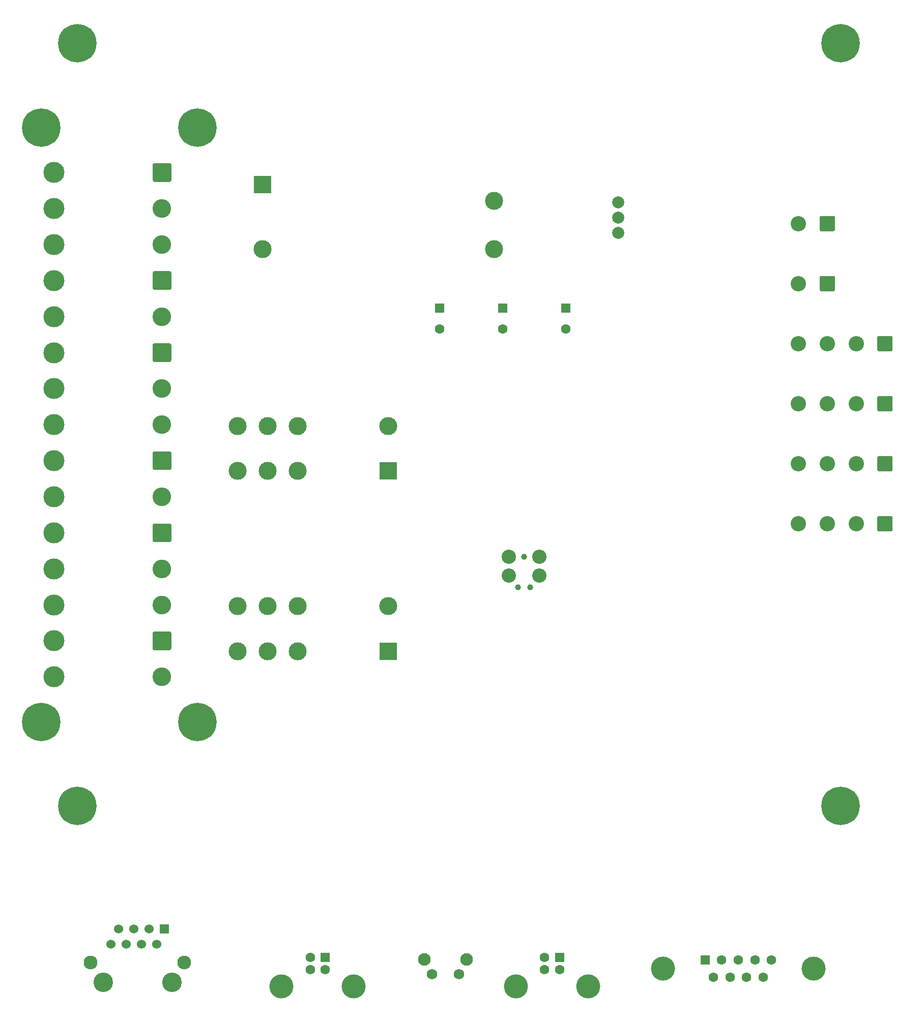
<source format=gbs>
G04 #@! TF.GenerationSoftware,KiCad,Pcbnew,6.0.5+dfsg-1~bpo11+1*
G04 #@! TF.CreationDate,2023-01-20T09:08:29+00:00*
G04 #@! TF.ProjectId,nascontrol,6e617363-6f6e-4747-926f-6c2e6b696361,0.1*
G04 #@! TF.SameCoordinates,Original*
G04 #@! TF.FileFunction,Soldermask,Bot*
G04 #@! TF.FilePolarity,Negative*
%FSLAX46Y46*%
G04 Gerber Fmt 4.6, Leading zero omitted, Abs format (unit mm)*
G04 Created by KiCad (PCBNEW 6.0.5+dfsg-1~bpo11+1) date 2023-01-20 09:08:29*
%MOMM*%
%LPD*%
G01*
G04 APERTURE LIST*
%ADD10C,4.000000*%
%ADD11R,1.600000X1.600000*%
%ADD12C,1.600000*%
%ADD13C,3.500000*%
%ADD14C,3.100000*%
%ADD15C,2.550000*%
%ADD16C,2.000000*%
%ADD17C,6.400000*%
%ADD18C,3.000000*%
%ADD19R,3.000000X3.000000*%
%ADD20C,2.374900*%
%ADD21C,0.990600*%
%ADD22C,2.100000*%
%ADD23C,1.750000*%
%ADD24C,3.250000*%
%ADD25R,1.500000X1.500000*%
%ADD26C,1.524000*%
%ADD27C,2.300000*%
G04 APERTURE END LIST*
D10*
X127490000Y-184089669D03*
X152490000Y-184089669D03*
D11*
X134450000Y-182669669D03*
D12*
X137220000Y-182669669D03*
X139990000Y-182669669D03*
X142760000Y-182669669D03*
X145530000Y-182669669D03*
X135835000Y-185509669D03*
X138605000Y-185509669D03*
X141375000Y-185509669D03*
X144145000Y-185509669D03*
D13*
X26100000Y-93500000D03*
X26100000Y-87500000D03*
X26100000Y-81500000D03*
G36*
G01*
X42799999Y-79950000D02*
X45400001Y-79950000D01*
G75*
G02*
X45650000Y-80199999I0J-249999D01*
G01*
X45650000Y-82800001D01*
G75*
G02*
X45400001Y-83050000I-249999J0D01*
G01*
X42799999Y-83050000D01*
G75*
G02*
X42550000Y-82800001I0J249999D01*
G01*
X42550000Y-80199999D01*
G75*
G02*
X42799999Y-79950000I249999J0D01*
G01*
G37*
D14*
X44100000Y-87500000D03*
X44100000Y-93500000D03*
G36*
G01*
X165675000Y-98974999D02*
X165675000Y-101025001D01*
G75*
G02*
X165425001Y-101275000I-249999J0D01*
G01*
X163374999Y-101275000D01*
G75*
G02*
X163125000Y-101025001I0J249999D01*
G01*
X163125000Y-98974999D01*
G75*
G02*
X163374999Y-98725000I249999J0D01*
G01*
X165425001Y-98725000D01*
G75*
G02*
X165675000Y-98974999I0J-249999D01*
G01*
G37*
D15*
X159600000Y-100000000D03*
X154800000Y-100000000D03*
X150000000Y-100000000D03*
D16*
X120000000Y-56500000D03*
X120000000Y-59040000D03*
X120000000Y-61580000D03*
G36*
G01*
X165675000Y-108974999D02*
X165675000Y-111025001D01*
G75*
G02*
X165425001Y-111275000I-249999J0D01*
G01*
X163374999Y-111275000D01*
G75*
G02*
X163125000Y-111025001I0J249999D01*
G01*
X163125000Y-108974999D01*
G75*
G02*
X163374999Y-108725000I249999J0D01*
G01*
X165425001Y-108725000D01*
G75*
G02*
X165675000Y-108974999I0J-249999D01*
G01*
G37*
D15*
X159600000Y-110000000D03*
X154800000Y-110000000D03*
X150000000Y-110000000D03*
D13*
X26100000Y-51500000D03*
X26100000Y-63500000D03*
X26100000Y-57500000D03*
G36*
G01*
X42799999Y-49950000D02*
X45400001Y-49950000D01*
G75*
G02*
X45650000Y-50199999I0J-249999D01*
G01*
X45650000Y-52800001D01*
G75*
G02*
X45400001Y-53050000I-249999J0D01*
G01*
X42799999Y-53050000D01*
G75*
G02*
X42550000Y-52800001I0J249999D01*
G01*
X42550000Y-50199999D01*
G75*
G02*
X42799999Y-49950000I249999J0D01*
G01*
G37*
D14*
X44100000Y-57500000D03*
X44100000Y-63500000D03*
D11*
X111250000Y-74097349D03*
D12*
X111250000Y-77597349D03*
D17*
X50000000Y-44000000D03*
X30000000Y-30000000D03*
D18*
X61707500Y-101207500D03*
X66707500Y-101207500D03*
X56707500Y-101207500D03*
X61707500Y-93707500D03*
X66707500Y-93707500D03*
X56707500Y-93707500D03*
D19*
X81707500Y-101207500D03*
D18*
X81707500Y-93707500D03*
G36*
G01*
X165675000Y-78974999D02*
X165675000Y-81025001D01*
G75*
G02*
X165425001Y-81275000I-249999J0D01*
G01*
X163374999Y-81275000D01*
G75*
G02*
X163125000Y-81025001I0J249999D01*
G01*
X163125000Y-78974999D01*
G75*
G02*
X163374999Y-78725000I249999J0D01*
G01*
X165425001Y-78725000D01*
G75*
G02*
X165675000Y-78974999I0J-249999D01*
G01*
G37*
D15*
X159600000Y-80000000D03*
X154800000Y-80000000D03*
X150000000Y-80000000D03*
D20*
X101845000Y-118635000D03*
X106925000Y-118635000D03*
X106925000Y-115460000D03*
D21*
X105401000Y-120540000D03*
X103369000Y-120540000D03*
D20*
X101845000Y-115460000D03*
D21*
X104385000Y-115460000D03*
D22*
X87765000Y-182547500D03*
X94775000Y-182547500D03*
D23*
X93525000Y-185037500D03*
X89025000Y-185037500D03*
D13*
X26100000Y-99500000D03*
X26100000Y-105500000D03*
G36*
G01*
X42799999Y-97950000D02*
X45400001Y-97950000D01*
G75*
G02*
X45650000Y-98199999I0J-249999D01*
G01*
X45650000Y-100800001D01*
G75*
G02*
X45400001Y-101050000I-249999J0D01*
G01*
X42799999Y-101050000D01*
G75*
G02*
X42550000Y-100800001I0J249999D01*
G01*
X42550000Y-98199999D01*
G75*
G02*
X42799999Y-97950000I249999J0D01*
G01*
G37*
D14*
X44100000Y-105500000D03*
D13*
X26100000Y-117500000D03*
X26100000Y-123500000D03*
X26100000Y-111500000D03*
G36*
G01*
X42799999Y-109950000D02*
X45400001Y-109950000D01*
G75*
G02*
X45650000Y-110199999I0J-249999D01*
G01*
X45650000Y-112800001D01*
G75*
G02*
X45400001Y-113050000I-249999J0D01*
G01*
X42799999Y-113050000D01*
G75*
G02*
X42550000Y-112800001I0J249999D01*
G01*
X42550000Y-110199999D01*
G75*
G02*
X42799999Y-109950000I249999J0D01*
G01*
G37*
D14*
X44100000Y-117500000D03*
X44100000Y-123500000D03*
G36*
G01*
X156075000Y-58974999D02*
X156075000Y-61025001D01*
G75*
G02*
X155825001Y-61275000I-249999J0D01*
G01*
X153774999Y-61275000D01*
G75*
G02*
X153525000Y-61025001I0J249999D01*
G01*
X153525000Y-58974999D01*
G75*
G02*
X153774999Y-58725000I249999J0D01*
G01*
X155825001Y-58725000D01*
G75*
G02*
X156075000Y-58974999I0J-249999D01*
G01*
G37*
D15*
X150000000Y-60000000D03*
G36*
G01*
X165675000Y-88974999D02*
X165675000Y-91025001D01*
G75*
G02*
X165425001Y-91275000I-249999J0D01*
G01*
X163374999Y-91275000D01*
G75*
G02*
X163125000Y-91025001I0J249999D01*
G01*
X163125000Y-88974999D01*
G75*
G02*
X163374999Y-88725000I249999J0D01*
G01*
X165425001Y-88725000D01*
G75*
G02*
X165675000Y-88974999I0J-249999D01*
G01*
G37*
X159600000Y-90000000D03*
X154800000Y-90000000D03*
X150000000Y-90000000D03*
D11*
X100750000Y-74097349D03*
D12*
X100750000Y-77597349D03*
D11*
X71250000Y-182212500D03*
D12*
X68750000Y-182212500D03*
X68750000Y-184212500D03*
X71250000Y-184212500D03*
D10*
X76000000Y-187072500D03*
X64000000Y-187072500D03*
G36*
G01*
X156075000Y-68974999D02*
X156075000Y-71025001D01*
G75*
G02*
X155825001Y-71275000I-249999J0D01*
G01*
X153774999Y-71275000D01*
G75*
G02*
X153525000Y-71025001I0J249999D01*
G01*
X153525000Y-68974999D01*
G75*
G02*
X153774999Y-68725000I249999J0D01*
G01*
X155825001Y-68725000D01*
G75*
G02*
X156075000Y-68974999I0J-249999D01*
G01*
G37*
D15*
X150000000Y-70000000D03*
D17*
X24000000Y-44000000D03*
D13*
X26100000Y-135500000D03*
X26100000Y-129500000D03*
G36*
G01*
X42799999Y-127950000D02*
X45400001Y-127950000D01*
G75*
G02*
X45650000Y-128199999I0J-249999D01*
G01*
X45650000Y-130800001D01*
G75*
G02*
X45400001Y-131050000I-249999J0D01*
G01*
X42799999Y-131050000D01*
G75*
G02*
X42550000Y-130800001I0J249999D01*
G01*
X42550000Y-128199999D01*
G75*
G02*
X42799999Y-127950000I249999J0D01*
G01*
G37*
D14*
X44100000Y-135500000D03*
D13*
X26100000Y-69500000D03*
X26100000Y-75500000D03*
G36*
G01*
X42799999Y-67950000D02*
X45400001Y-67950000D01*
G75*
G02*
X45650000Y-68199999I0J-249999D01*
G01*
X45650000Y-70800001D01*
G75*
G02*
X45400001Y-71050000I-249999J0D01*
G01*
X42799999Y-71050000D01*
G75*
G02*
X42550000Y-70800001I0J249999D01*
G01*
X42550000Y-68199999D01*
G75*
G02*
X42799999Y-67950000I249999J0D01*
G01*
G37*
D14*
X44100000Y-75500000D03*
D17*
X24000000Y-143000000D03*
D19*
X60842500Y-53500000D03*
D18*
X60842500Y-64250000D03*
X99342500Y-64250000D03*
X99342500Y-56250000D03*
D17*
X50000000Y-143000000D03*
X30000000Y-157000000D03*
X157000000Y-30000000D03*
D11*
X110250000Y-182212500D03*
D12*
X107750000Y-182212500D03*
X107750000Y-184212500D03*
X110250000Y-184212500D03*
D10*
X103000000Y-187072500D03*
X115000000Y-187072500D03*
D18*
X61707500Y-131207500D03*
X66707500Y-131207500D03*
X56707500Y-131207500D03*
X61707500Y-123707500D03*
X66707500Y-123707500D03*
X56707500Y-123707500D03*
D19*
X81707500Y-131207500D03*
D18*
X81707500Y-123707500D03*
D11*
X90250000Y-74097349D03*
D12*
X90250000Y-77597349D03*
D17*
X157000000Y-157000000D03*
D24*
X45715000Y-186350000D03*
X34285000Y-186350000D03*
D25*
X44445000Y-177460000D03*
D26*
X43175000Y-180000000D03*
X41905000Y-177460000D03*
X40635000Y-180000000D03*
X39365000Y-177460000D03*
X38095000Y-180000000D03*
X36825000Y-177460000D03*
X35555000Y-180000000D03*
D27*
X47750000Y-183048000D03*
X32250000Y-183048000D03*
M02*

</source>
